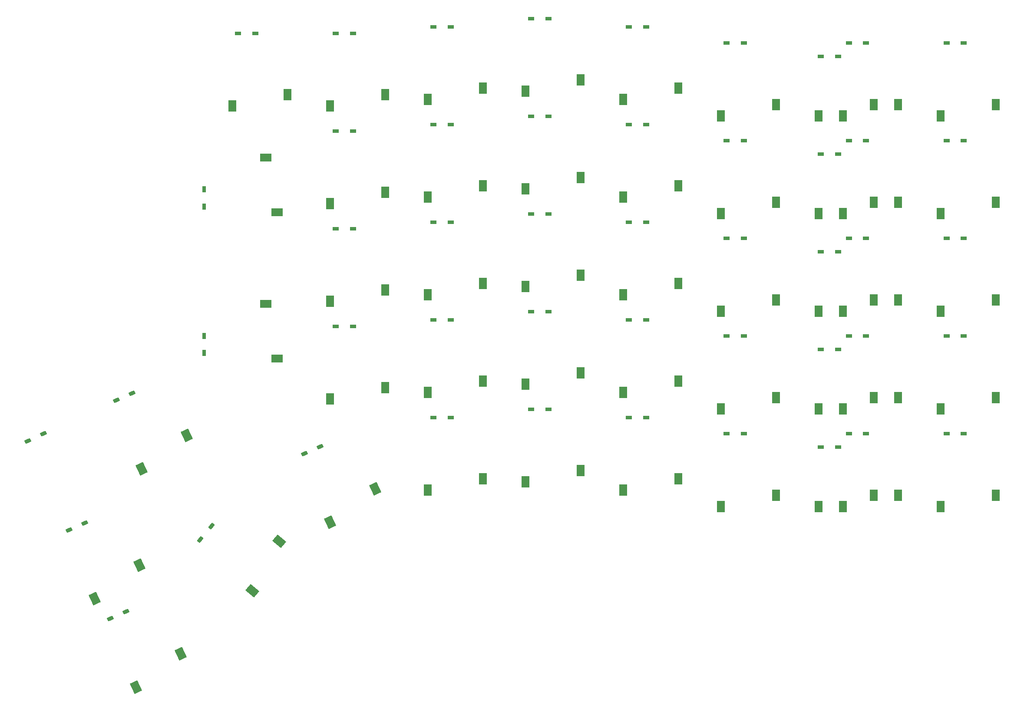
<source format=gtp>
%TF.GenerationSoftware,KiCad,Pcbnew,8.0.3*%
%TF.CreationDate,2024-08-06T23:13:00+08:00*%
%TF.ProjectId,ErgoDOX,4572676f-444f-4582-9e6b-696361645f70,rev?*%
%TF.SameCoordinates,Original*%
%TF.FileFunction,Paste,Top*%
%TF.FilePolarity,Positive*%
%FSLAX46Y46*%
G04 Gerber Fmt 4.6, Leading zero omitted, Abs format (unit mm)*
G04 Created by KiCad (PCBNEW 8.0.3) date 2024-08-06 23:13:00*
%MOMM*%
%LPD*%
G01*
G04 APERTURE LIST*
G04 Aperture macros list*
%AMRoundRect*
0 Rectangle with rounded corners*
0 $1 Rounding radius*
0 $2 $3 $4 $5 $6 $7 $8 $9 X,Y pos of 4 corners*
0 Add a 4 corners polygon primitive as box body*
4,1,4,$2,$3,$4,$5,$6,$7,$8,$9,$2,$3,0*
0 Add four circle primitives for the rounded corners*
1,1,$1+$1,$2,$3*
1,1,$1+$1,$4,$5*
1,1,$1+$1,$6,$7*
1,1,$1+$1,$8,$9*
0 Add four rect primitives between the rounded corners*
20,1,$1+$1,$2,$3,$4,$5,0*
20,1,$1+$1,$4,$5,$6,$7,0*
20,1,$1+$1,$6,$7,$8,$9,0*
20,1,$1+$1,$8,$9,$2,$3,0*%
%AMRotRect*
0 Rectangle, with rotation*
0 The origin of the aperture is its center*
0 $1 length*
0 $2 width*
0 $3 Rotation angle, in degrees counterclockwise*
0 Add horizontal line*
21,1,$1,$2,0,0,$3*%
G04 Aperture macros list end*
%ADD10R,1.600000X2.200000*%
%ADD11RoundRect,0.051100X0.553900X0.313900X-0.553900X0.313900X-0.553900X-0.313900X0.553900X-0.313900X0*%
%ADD12R,2.200000X1.600000*%
%ADD13RoundRect,0.051100X-0.313900X0.553900X-0.313900X-0.553900X0.313900X-0.553900X0.313900X0.553900X0*%
%ADD14RotRect,1.600000X2.200000X205.000000*%
%ADD15RoundRect,0.051100X0.369344X0.518578X-0.634664X0.050402X-0.369344X-0.518578X0.634664X-0.050402X0*%
%ADD16RotRect,1.600000X2.200000X230.000000*%
%ADD17RoundRect,0.051100X0.115579X0.626083X-0.596501X-0.222541X-0.115579X-0.626083X0.596501X0.222541X0*%
G04 APERTURE END LIST*
D10*
%TO.C,SW1:13*%
X194590500Y-146902660D03*
X199352500Y-146902660D03*
X188652500Y-149102660D03*
X183890500Y-149102660D03*
D11*
X193132500Y-134908660D03*
X187682500Y-137539860D03*
X189772500Y-134908660D03*
X184322500Y-137539860D03*
%TD*%
D10*
%TO.C,SW1:10*%
X137440000Y-142130000D03*
X126740000Y-144330000D03*
D11*
X131220000Y-130136000D03*
X127860000Y-130136000D03*
%TD*%
D10*
%TO.C,SW1:9*%
X118390000Y-143727660D03*
X107690000Y-145927660D03*
D11*
X112170000Y-131733660D03*
X108810000Y-131733660D03*
%TD*%
D10*
%TO.C,SW2:13*%
X199352500Y-127852660D03*
X194590500Y-127852660D03*
X188652500Y-130052660D03*
X183890500Y-130052660D03*
D11*
X193132500Y-115858660D03*
X187682500Y-118489860D03*
X189772500Y-115858660D03*
X184322500Y-118489860D03*
%TD*%
D10*
%TO.C,SW2:10*%
X137440000Y-123080000D03*
X126740000Y-125280000D03*
D11*
X131220000Y-111086000D03*
X127860000Y-111086000D03*
%TD*%
D10*
%TO.C,SW2:9*%
X118390000Y-124677660D03*
X107690000Y-126877660D03*
D11*
X112170000Y-112683660D03*
X108810000Y-112683660D03*
%TD*%
D12*
%TO.C,SW2:7*%
X76090000Y-109585160D03*
X78290000Y-120285160D03*
D13*
X64096000Y-115805160D03*
X64096000Y-119165160D03*
%TD*%
D10*
%TO.C,SW3:13*%
X199352500Y-108802660D03*
X194590500Y-108802660D03*
X183890500Y-111002660D03*
X188652500Y-111002660D03*
D11*
X187682500Y-99439860D03*
X193132500Y-96808660D03*
X184322500Y-99439860D03*
X189772500Y-96808660D03*
%TD*%
D10*
%TO.C,SW3:11*%
X156490000Y-105627660D03*
X145790000Y-107827660D03*
D11*
X150270000Y-93633660D03*
X146910000Y-93633660D03*
%TD*%
D10*
%TO.C,SW3:10*%
X137440000Y-104030000D03*
X126740000Y-106230000D03*
D11*
X131220000Y-92036000D03*
X127860000Y-92036000D03*
%TD*%
D10*
%TO.C,SW3:9*%
X118390000Y-105627660D03*
X107690000Y-107827660D03*
D11*
X112170000Y-93633660D03*
X108810000Y-93633660D03*
%TD*%
D10*
%TO.C,SW3:8*%
X99340000Y-106897660D03*
X88640000Y-109097660D03*
D11*
X93120000Y-94903660D03*
X89760000Y-94903660D03*
%TD*%
D10*
%TO.C,SW4:13*%
X194590500Y-89752660D03*
X199352500Y-89752660D03*
X183890500Y-91952660D03*
X188652500Y-91952660D03*
D11*
X193132500Y-77758660D03*
X187682500Y-80389860D03*
X189772500Y-77758660D03*
X184322500Y-80389860D03*
%TD*%
D10*
%TO.C,SW4:12*%
X175540000Y-89752660D03*
X164840000Y-91952660D03*
D11*
X169320000Y-77758660D03*
X165960000Y-77758660D03*
%TD*%
D10*
%TO.C,SW4:11*%
X156490000Y-86577660D03*
X145790000Y-88777660D03*
D11*
X150270000Y-74583660D03*
X146910000Y-74583660D03*
%TD*%
D10*
%TO.C,SW4:10*%
X137440000Y-84980000D03*
X126740000Y-87180000D03*
D11*
X131220000Y-72986000D03*
X127860000Y-72986000D03*
%TD*%
D10*
%TO.C,SW4:9*%
X118390000Y-86577660D03*
X107690000Y-88777660D03*
D11*
X112170000Y-74583660D03*
X108810000Y-74583660D03*
%TD*%
D10*
%TO.C,SW4:8*%
X99340000Y-87847660D03*
X88640000Y-90047660D03*
D11*
X93120000Y-75853660D03*
X89760000Y-75853660D03*
%TD*%
D12*
%TO.C,SW4:7*%
X76090000Y-81010160D03*
X78290000Y-91710160D03*
D13*
X64096000Y-87230160D03*
X64096000Y-90590160D03*
%TD*%
D14*
%TO.C,SW0:10*%
X97414519Y-145642655D03*
X88646786Y-152158547D03*
D15*
X86708401Y-137401085D03*
X83663207Y-138821082D03*
%TD*%
D14*
%TO.C,SW0:12*%
X59523519Y-177814655D03*
X50755786Y-184330547D03*
D15*
X48817401Y-169573085D03*
X45772207Y-170993082D03*
%TD*%
D16*
%TO.C,SW0:11*%
X78692387Y-155891563D03*
X73499857Y-165502371D03*
D17*
X65506311Y-152946765D03*
X63346544Y-155520674D03*
%TD*%
D14*
%TO.C,SW0:9*%
X51471719Y-160547735D03*
X42703986Y-167063627D03*
D15*
X40765601Y-152306165D03*
X37720407Y-153726162D03*
%TD*%
D10*
%TO.C,SW1:11*%
X156490000Y-143727660D03*
X145790000Y-145927660D03*
D11*
X150270000Y-131733660D03*
X146910000Y-131733660D03*
%TD*%
D14*
%TO.C,SW0:8*%
X60686839Y-135234095D03*
X51919106Y-141749987D03*
D15*
X49980721Y-126992525D03*
X46935527Y-128412522D03*
%TD*%
D10*
%TO.C,SW5:13*%
X194590500Y-70705200D03*
X199352500Y-70705200D03*
X188652500Y-72905200D03*
X183890500Y-72905200D03*
D11*
X193132500Y-58711200D03*
X187682500Y-61342400D03*
X184322500Y-61342400D03*
X189772500Y-58711200D03*
%TD*%
D10*
%TO.C,SW5:9*%
X118390000Y-67527660D03*
X107690000Y-69727660D03*
D11*
X112170000Y-55533660D03*
X108810000Y-55533660D03*
%TD*%
D10*
%TO.C,SW5:10*%
X137440000Y-65930000D03*
X126740000Y-68130000D03*
D11*
X131220000Y-53936000D03*
X127860000Y-53936000D03*
%TD*%
D10*
%TO.C,SW5:11*%
X156490000Y-67527660D03*
X145790000Y-69727660D03*
D11*
X150270000Y-55533660D03*
X146910000Y-55533660D03*
%TD*%
D10*
%TO.C,SW5:12*%
X175540000Y-70705200D03*
X164840000Y-72905200D03*
D11*
X169320000Y-58711200D03*
X165960000Y-58711200D03*
%TD*%
D10*
%TO.C,SW5:8*%
X99340000Y-68800200D03*
X88640000Y-71000200D03*
D11*
X93120000Y-56806200D03*
X89760000Y-56806200D03*
%TD*%
D10*
%TO.C,SW5:7*%
X80290000Y-68800200D03*
X69590000Y-71000200D03*
D11*
X74070000Y-56806200D03*
X70710000Y-56806200D03*
%TD*%
D10*
%TO.C,SW2:11*%
X156490000Y-124677660D03*
X145790000Y-126877660D03*
D11*
X150270000Y-112683660D03*
X146910000Y-112683660D03*
%TD*%
D10*
%TO.C,SW2:8*%
X99340000Y-125947660D03*
X88640000Y-128147660D03*
D11*
X93120000Y-113953660D03*
X89760000Y-113953660D03*
%TD*%
D10*
%TO.C,SW3:12*%
X175540000Y-108802660D03*
X164840000Y-111002660D03*
D11*
X169320000Y-96808660D03*
X165960000Y-96808660D03*
%TD*%
D10*
%TO.C,SW2:12*%
X175540000Y-127852660D03*
X164840000Y-130052660D03*
D11*
X169320000Y-115858660D03*
X165960000Y-115858660D03*
%TD*%
D10*
%TO.C,SW1:12*%
X175540000Y-146902660D03*
X164840000Y-149102660D03*
D11*
X169320000Y-134908660D03*
X165960000Y-134908660D03*
%TD*%
D15*
%TO.C,*%
X29720806Y-136293997D03*
%TD*%
D10*
%TO.C,SW11*%
X218402400Y-127850850D03*
X207702400Y-130050850D03*
D11*
X212182400Y-115856850D03*
X208822400Y-115856850D03*
%TD*%
D15*
%TO.C,*%
X32766000Y-134874000D03*
%TD*%
D10*
%TO.C,SW11*%
X218402400Y-89755200D03*
X207702400Y-91955200D03*
D11*
X212182400Y-77761200D03*
X208822400Y-77761200D03*
%TD*%
D10*
%TO.C,SW11*%
X218402400Y-70705200D03*
X207702400Y-72905200D03*
D11*
X212182400Y-58711200D03*
X208822400Y-58711200D03*
%TD*%
D10*
%TO.C,SW11*%
X218402400Y-146910850D03*
X207702400Y-149110850D03*
D11*
X212182400Y-134916850D03*
X208822400Y-134916850D03*
%TD*%
D10*
%TO.C,SW11*%
X218402400Y-108800850D03*
X207702400Y-111000850D03*
D11*
X212182400Y-96806850D03*
X208822400Y-96806850D03*
%TD*%
M02*

</source>
